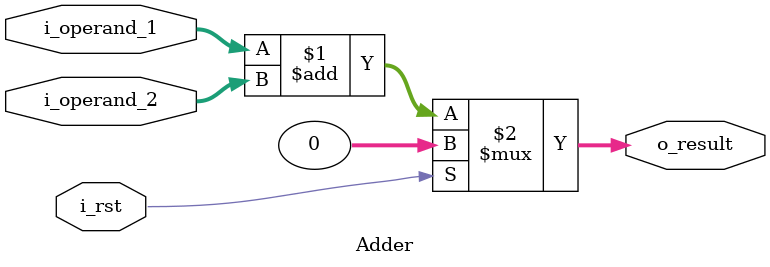
<source format=v>
`timescale 1ns / 1ps

module Adder #(
    parameter   NBITS = 32
)(
    input  wire             i_rst,
    input  wire [NBITS-1:0] i_operand_1,
    input  wire [NBITS-1:0] i_operand_2,
    output wire  [NBITS-1:0] o_result
);

assign o_result = i_rst ? {NBITS{1'b0}} : (i_operand_1 + i_operand_2);


endmodule
</source>
